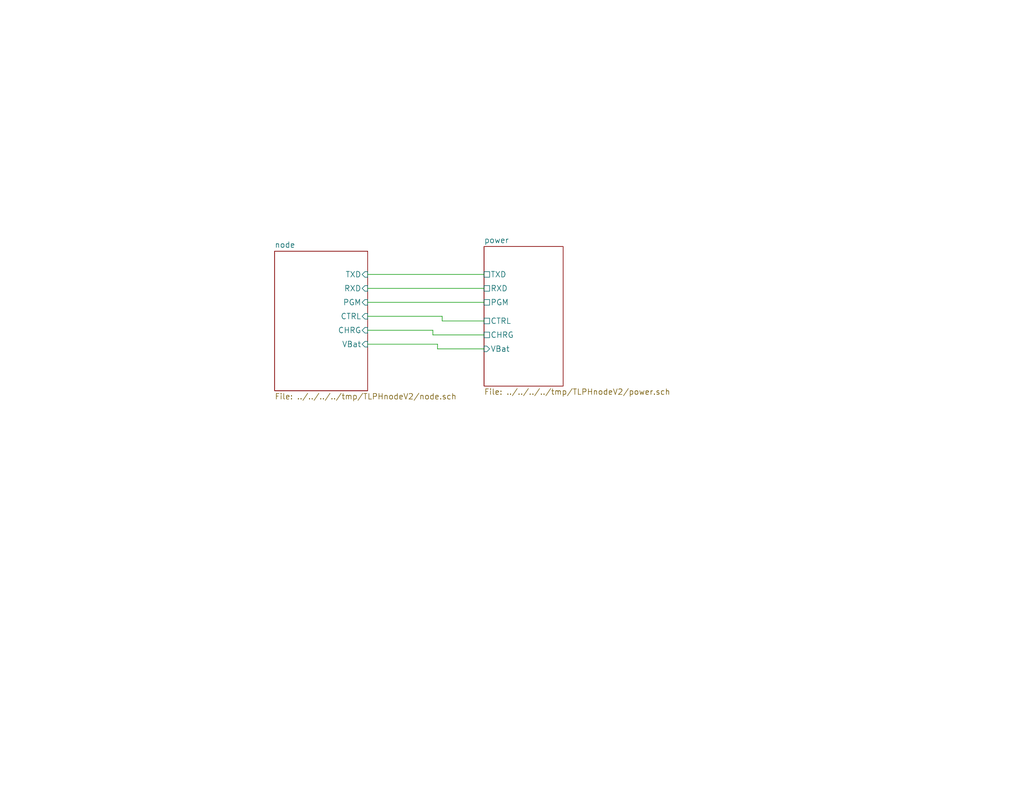
<source format=kicad_sch>
(kicad_sch (version 20230121) (generator eeschema)
  (paper "USLetter")
  (title_block (title "TLPH Node") (company "RockingDLabs") (comment 1 "http://sensornodeinfo.rockingdlabs.com"))
  (lib_symbols)
  (wire (pts (xy 118.11 91.44) (xy 132.08 91.44)))
  (wire (pts (xy 120.65 86.36) (xy 120.65 87.63)))
  (wire (pts (xy 100.33 82.55) (xy 132.08 82.55)))
  (wire (pts (xy 120.65 87.63) (xy 132.08 87.63)))
  (wire (pts (xy 119.38 93.98) (xy 119.38 95.25)))
  (wire (pts (xy 132.08 78.74) (xy 100.33 78.74)))
  (wire (pts (xy 100.33 86.36) (xy 120.65 86.36)))
  (wire (pts (xy 119.38 95.25) (xy 132.08 95.25)))
  (wire (pts (xy 100.33 74.93) (xy 132.08 74.93)))
  (wire (pts (xy 118.11 90.17) (xy 118.11 91.44)))
  (wire (pts (xy 100.33 90.17) (xy 118.11 90.17)))
  (wire (pts (xy 100.33 93.98) (xy 119.38 93.98)))
  (sheet (at 74.93 68.58) (size 25.4 38.1)
    (property "Sheetname" "node" (at 74.93 67.7414 0) (effects (font (size 1.524 1.524)) (justify left bottom)))
    (property "Sheetfile" "../../../../tmp/TLPHnodeV2/node.sch" (at 74.93 107.3662 0) (effects (font (size 1.524 1.524)) (justify left top)))
    (pin "TXD" input (at 100.33 74.93 0) (effects (font (size 1.524 1.524))))
    (pin "RXD" input (at 100.33 78.74 0) (effects (font (size 1.524 1.524))))
    (pin "PGM" input (at 100.33 82.55 0) (effects (font (size 1.524 1.524))))
    (pin "CTRL" input (at 100.33 86.36 0) (effects (font (size 1.524 1.524))))
    (pin "CHRG" input (at 100.33 90.17 0) (effects (font (size 1.524 1.524))))
    (pin "VBat" input (at 100.33 93.98 0) (effects (font (size 1.524 1.524))))
  )
  (sheet (at 132.08 67.31) (size 21.59 38.1)
    (property "Sheetname" "power" (at 132.08 66.4714 0) (effects (font (size 1.524 1.524)) (justify left bottom)))
    (property "Sheetfile" "../../../../tmp/TLPHnodeV2/power.sch" (at 132.08 106.0962 0) (effects (font (size 1.524 1.524)) (justify left top)))
    (pin "VBat" input (at 132.08 95.25 180) (effects (font (size 1.524 1.524))))
    (pin "CHRG" passive (at 132.08 91.44 180) (effects (font (size 1.524 1.524))))
    (pin "CTRL" passive (at 132.08 87.63 180) (effects (font (size 1.524 1.524))))
    (pin "PGM" passive (at 132.08 82.55 180) (effects (font (size 1.524 1.524))))
    (pin "RXD" passive (at 132.08 78.74 180) (effects (font (size 1.524 1.524))))
    (pin "TXD" passive (at 132.08 74.93 180) (effects (font (size 1.524 1.524))))
  )
)
</source>
